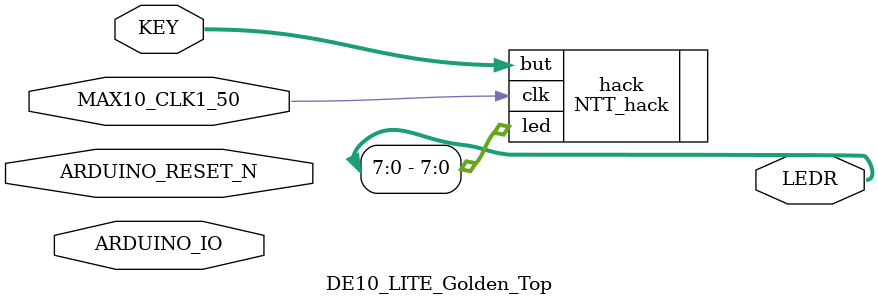
<source format=v>



//`define ENABLE_ADC_CLOCK
`define ENABLE_CLOCK1
//`define ENABLE_CLOCK2
//`define ENABLE_SDRAM
//`define ENABLE_HEX0
//`define ENABLE_HEX1
//`define ENABLE_HEX2
//`define ENABLE_HEX3
//`define ENABLE_HEX4
//`define ENABLE_HEX5
`define ENABLE_KEY
`define ENABLE_LED
//`define ENABLE_SW
//`define ENABLE_VGA
//`define ENABLE_ACCELEROMETER
`define ENABLE_ARDUINO
//`define ENABLE_GPIO

module DE10_LITE_Golden_Top(

	//////////// ADC CLOCK: 3.3-V LVTTL //////////
`ifdef ENABLE_ADC_CLOCK
	input 		          		ADC_CLK_10,
`endif
	//////////// CLOCK 1: 3.3-V LVTTL //////////
`ifdef ENABLE_CLOCK1
	input 		          		MAX10_CLK1_50,
`endif
	//////////// CLOCK 2: 3.3-V LVTTL //////////
`ifdef ENABLE_CLOCK2
	input 		          		MAX10_CLK2_50,
`endif

	//////////// SDRAM: 3.3-V LVTTL //////////
`ifdef ENABLE_SDRAM
	output		    [12:0]		DRAM_ADDR,
	output		     [1:0]		DRAM_BA,
	output		          		DRAM_CAS_N,
	output		          		DRAM_CKE,
	output		          		DRAM_CLK,
	output		          		DRAM_CS_N,
	inout 		    [15:0]		DRAM_DQ,
	output		          		DRAM_LDQM,
	output		          		DRAM_RAS_N,
	output		          		DRAM_UDQM,
	output		          		DRAM_WE_N,
`endif

	//////////// SEG7: 3.3-V LVTTL //////////
`ifdef ENABLE_HEX0
	output		     [7:0]		HEX0,
`endif
`ifdef ENABLE_HEX1
	output		     [7:0]		HEX1,
`endif
`ifdef ENABLE_HEX2
	output		     [7:0]		HEX2,
`endif
`ifdef ENABLE_HEX3
	output		     [7:0]		HEX3,
`endif
`ifdef ENABLE_HEX4
	output		     [7:0]		HEX4,
`endif
`ifdef ENABLE_HEX5
	output		     [7:0]		HEX5,
`endif

	//////////// KEY: 3.3 V SCHMITT TRIGGER //////////
`ifdef ENABLE_KEY
	input 		     [1:0]		KEY,
`endif

	//////////// LED: 3.3-V LVTTL //////////
`ifdef ENABLE_LED
	output		     [9:0]		LEDR,
`endif

	//////////// SW: 3.3-V LVTTL //////////
`ifdef ENABLE_SW
	input 		     [9:0]		SW,
`endif

	//////////// VGA: 3.3-V LVTTL //////////
`ifdef ENABLE_VGA
	output		     [3:0]		VGA_B,
	output		     [3:0]		VGA_G,
	output		          		VGA_HS,
	output		     [3:0]		VGA_R,
	output		          		VGA_VS,
`endif

	//////////// Accelerometer: 3.3-V LVTTL //////////
`ifdef ENABLE_ACCELEROMETER
	output		          		GSENSOR_CS_N,
	input 		     [2:1]		GSENSOR_INT,
	output		          		GSENSOR_SCLK,
	inout 		          		GSENSOR_SDI,
	inout 		          		GSENSOR_SDO,
`endif

	//////////// Arduino: 3.3-V LVTTL //////////
`ifdef ENABLE_ARDUINO
	inout 		    [15:0]		ARDUINO_IO,
	inout 		          		ARDUINO_RESET_N
`endif

	//////////// GPIO, GPIO connect to GPIO Default: 3.3-V LVTTL //////////
`ifdef ENABLE_GPIO
	inout 		    [35:0]		GPIO
`endif
);



//=======================================================
//  REG/WIRE declarations
//=======================================================




//=======================================================
//  Structural coding
//=======================================================

NTT_hack hack(.clk(MAX10_CLK1_50), .but(KEY), .led(LEDR[7:0]));


endmodule

</source>
